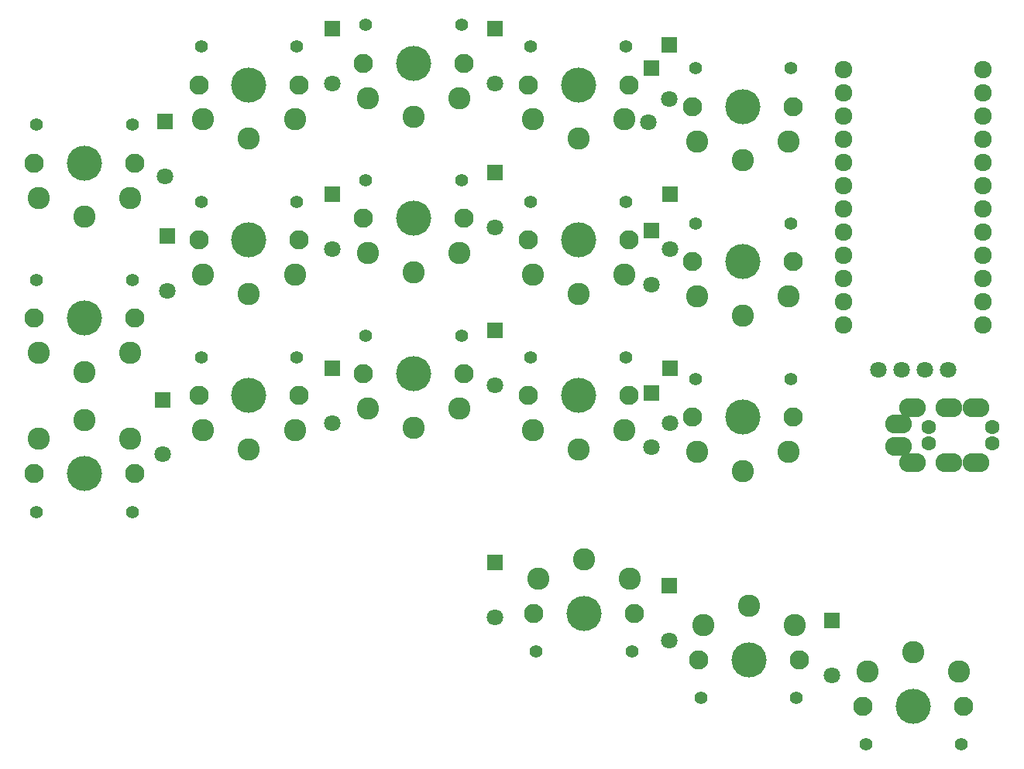
<source format=gts>
G04 #@! TF.GenerationSoftware,KiCad,Pcbnew,(5.1.5-0-10_14)*
G04 #@! TF.CreationDate,2020-05-05T15:06:42+01:00*
G04 #@! TF.ProjectId,beak,6265616b-2e6b-4696-9361-645f70636258,2.1*
G04 #@! TF.SameCoordinates,Original*
G04 #@! TF.FileFunction,Soldermask,Top*
G04 #@! TF.FilePolarity,Negative*
%FSLAX46Y46*%
G04 Gerber Fmt 4.6, Leading zero omitted, Abs format (unit mm)*
G04 Created by KiCad (PCBNEW (5.1.5-0-10_14)) date 2020-05-05 15:06:42*
%MOMM*%
%LPD*%
G04 APERTURE LIST*
%ADD10C,2.101800*%
%ADD11C,1.390600*%
%ADD12C,2.432000*%
%ADD13C,3.829000*%
%ADD14C,1.797000*%
%ADD15R,1.797000X1.797000*%
%ADD16C,1.924000*%
%ADD17O,2.900000X2.100000*%
%ADD18C,1.600000*%
G04 APERTURE END LIST*
D10*
X111120000Y-91440000D03*
X122120000Y-91440000D03*
D11*
X121840000Y-95640000D03*
D12*
X116620000Y-85540000D03*
X111620000Y-87640000D03*
D13*
X116620000Y-91440000D03*
D12*
X121620000Y-87640000D03*
D11*
X111400000Y-95640000D03*
D10*
X110500000Y-64920000D03*
X121500000Y-64920000D03*
D11*
X121220000Y-60720000D03*
D12*
X116000000Y-70820000D03*
X111000000Y-68720000D03*
D13*
X116000000Y-64920000D03*
D12*
X121000000Y-68720000D03*
D11*
X110780000Y-60720000D03*
D14*
X108000000Y-65545000D03*
D15*
X108000000Y-59545000D03*
D14*
X138430000Y-59690000D03*
X135890000Y-59690000D03*
X133350000Y-59690000D03*
X130810000Y-59690000D03*
D10*
X93120000Y-86360000D03*
X104120000Y-86360000D03*
D11*
X103840000Y-90560000D03*
D12*
X98620000Y-80460000D03*
X93620000Y-82560000D03*
D13*
X98620000Y-86360000D03*
D12*
X103620000Y-82560000D03*
D11*
X93400000Y-90560000D03*
X129400000Y-100720000D03*
D12*
X139620000Y-92720000D03*
D13*
X134620000Y-96520000D03*
D12*
X129620000Y-92720000D03*
X134620000Y-90620000D03*
D11*
X139840000Y-100720000D03*
D10*
X140120000Y-96520000D03*
X129120000Y-96520000D03*
D16*
X127011400Y-26922000D03*
X127011400Y-29462000D03*
X127011400Y-32002000D03*
X127011400Y-34542000D03*
X127011400Y-37082000D03*
X127011400Y-39622000D03*
X127011400Y-42162000D03*
X127011400Y-44702000D03*
X127011400Y-47242000D03*
X127011400Y-49782000D03*
X127011400Y-52322000D03*
X127011400Y-54862000D03*
X142231400Y-54862000D03*
X142231400Y-52322000D03*
X142231400Y-49782000D03*
X142231400Y-47242000D03*
X142231400Y-44702000D03*
X142231400Y-42162000D03*
X142231400Y-39622000D03*
X142231400Y-37082000D03*
X142231400Y-34542000D03*
X142231400Y-32002000D03*
X142231400Y-29462000D03*
X142231400Y-26922000D03*
D10*
X92500000Y-62545000D03*
X103500000Y-62545000D03*
D11*
X103220000Y-58345000D03*
D12*
X98000000Y-68445000D03*
X93000000Y-66345000D03*
D13*
X98000000Y-62545000D03*
D12*
X103000000Y-66345000D03*
D11*
X92780000Y-58345000D03*
D10*
X74500000Y-60170000D03*
X85500000Y-60170000D03*
D11*
X85220000Y-55970000D03*
D12*
X80000000Y-66070000D03*
X75000000Y-63970000D03*
D13*
X80000000Y-60170000D03*
D12*
X85000000Y-63970000D03*
D11*
X74780000Y-55970000D03*
D10*
X56500000Y-62545000D03*
X67500000Y-62545000D03*
D11*
X67220000Y-58345000D03*
D12*
X62000000Y-68445000D03*
X57000000Y-66345000D03*
D13*
X62000000Y-62545000D03*
D12*
X67000000Y-66345000D03*
D11*
X56780000Y-58345000D03*
X38780000Y-75305000D03*
D12*
X49000000Y-67305000D03*
D13*
X44000000Y-71105000D03*
D12*
X39000000Y-67305000D03*
X44000000Y-65205000D03*
D11*
X49220000Y-75305000D03*
D10*
X49500000Y-71105000D03*
X38500000Y-71105000D03*
X110500000Y-47920000D03*
X121500000Y-47920000D03*
D11*
X121220000Y-43720000D03*
D12*
X116000000Y-53820000D03*
X111000000Y-51720000D03*
D13*
X116000000Y-47920000D03*
D12*
X121000000Y-51720000D03*
D11*
X110780000Y-43720000D03*
D10*
X92500000Y-45540000D03*
X103500000Y-45540000D03*
D11*
X103220000Y-41340000D03*
D12*
X98000000Y-51440000D03*
X93000000Y-49340000D03*
D13*
X98000000Y-45540000D03*
D12*
X103000000Y-49340000D03*
D11*
X92780000Y-41340000D03*
D10*
X74500000Y-43170000D03*
X85500000Y-43170000D03*
D11*
X85220000Y-38970000D03*
D12*
X80000000Y-49070000D03*
X75000000Y-46970000D03*
D13*
X80000000Y-43170000D03*
D12*
X85000000Y-46970000D03*
D11*
X74780000Y-38970000D03*
D10*
X56500000Y-45540000D03*
X67500000Y-45540000D03*
D11*
X67220000Y-41340000D03*
D12*
X62000000Y-51440000D03*
X57000000Y-49340000D03*
D13*
X62000000Y-45540000D03*
D12*
X67000000Y-49340000D03*
D11*
X56780000Y-41340000D03*
X38780000Y-49900000D03*
D12*
X49000000Y-57900000D03*
D13*
X44000000Y-54100000D03*
D12*
X39000000Y-57900000D03*
X44000000Y-60000000D03*
D11*
X49220000Y-49900000D03*
D10*
X49500000Y-54100000D03*
X38500000Y-54100000D03*
X110500000Y-30920000D03*
X121500000Y-30920000D03*
D11*
X121220000Y-26720000D03*
D12*
X116000000Y-36820000D03*
X111000000Y-34720000D03*
D13*
X116000000Y-30920000D03*
D12*
X121000000Y-34720000D03*
D11*
X110780000Y-26720000D03*
D10*
X92500000Y-28540000D03*
X103500000Y-28540000D03*
D11*
X103220000Y-24340000D03*
D12*
X98000000Y-34440000D03*
X93000000Y-32340000D03*
D13*
X98000000Y-28540000D03*
D12*
X103000000Y-32340000D03*
D11*
X92780000Y-24340000D03*
X74780000Y-21980000D03*
D12*
X85000000Y-29980000D03*
D13*
X80000000Y-26180000D03*
D12*
X75000000Y-29980000D03*
X80000000Y-32080000D03*
D11*
X85220000Y-21980000D03*
D10*
X85500000Y-26180000D03*
X74500000Y-26180000D03*
X56500000Y-28540000D03*
X67500000Y-28540000D03*
D11*
X67220000Y-24340000D03*
D12*
X62000000Y-34440000D03*
X57000000Y-32340000D03*
D13*
X62000000Y-28540000D03*
D12*
X67000000Y-32340000D03*
D11*
X56780000Y-24340000D03*
X38780000Y-32900000D03*
D12*
X49000000Y-40900000D03*
D13*
X44000000Y-37100000D03*
D12*
X39000000Y-40900000D03*
X44000000Y-43000000D03*
D11*
X49220000Y-32900000D03*
D10*
X49500000Y-37100000D03*
X38500000Y-37100000D03*
D17*
X132980000Y-65650000D03*
X134480000Y-69850000D03*
X138480000Y-69850000D03*
X141480000Y-69850000D03*
D18*
X136280000Y-67750000D03*
X143280000Y-67750000D03*
D17*
X138480000Y-63900000D03*
X141480000Y-63900000D03*
X132980000Y-68100000D03*
X134480000Y-63900000D03*
D18*
X143280000Y-66000000D03*
X136280000Y-66000000D03*
D14*
X52840000Y-38560000D03*
D15*
X52840000Y-32560000D03*
X71120000Y-22400000D03*
D14*
X71120000Y-28400000D03*
X88900000Y-28400000D03*
D15*
X88900000Y-22400000D03*
D14*
X105680000Y-32670000D03*
D15*
X106000000Y-26670000D03*
D14*
X107950000Y-30130000D03*
D15*
X107950000Y-24130000D03*
D14*
X53070000Y-51060000D03*
D15*
X53070000Y-45060000D03*
X71120000Y-40545000D03*
D14*
X71120000Y-46545000D03*
X88900000Y-44170000D03*
D15*
X88900000Y-38170000D03*
D14*
X106000000Y-50450000D03*
D15*
X106000000Y-44450000D03*
D14*
X108000000Y-46545000D03*
D15*
X108000000Y-40545000D03*
D14*
X52570000Y-68995000D03*
D15*
X52570000Y-62995000D03*
D14*
X71120000Y-65545000D03*
D15*
X71120000Y-59545000D03*
X88900000Y-55420000D03*
D14*
X88900000Y-61420000D03*
X106000000Y-68230000D03*
D15*
X106000000Y-62230000D03*
D14*
X88900000Y-86820000D03*
D15*
X88900000Y-80820000D03*
D14*
X107950000Y-89360000D03*
D15*
X107950000Y-83360000D03*
D14*
X125730000Y-93170000D03*
D15*
X125730000Y-87170000D03*
M02*

</source>
